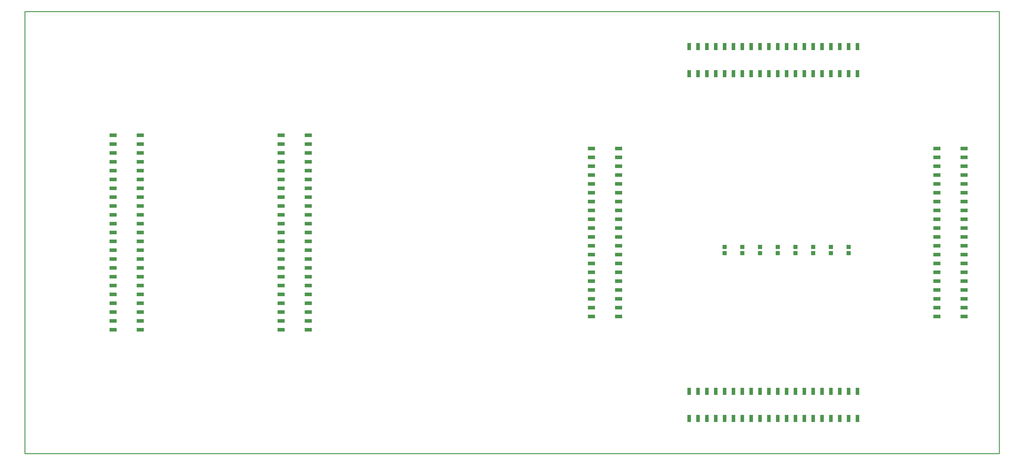
<source format=gbp>
G04 Layer_Color=128*
%FSLAX25Y25*%
%MOIN*%
G70*
G01*
G75*
%ADD10R,0.05000X0.05000*%
%ADD16R,0.03937X0.07874*%
%ADD17R,0.07874X0.03937*%
%ADD22C,0.01000*%
D10*
X830000Y226500D02*
D03*
Y233500D02*
D03*
X930000Y226500D02*
D03*
Y233500D02*
D03*
X890000Y226500D02*
D03*
Y233500D02*
D03*
X870000Y226500D02*
D03*
Y233500D02*
D03*
X850000Y226500D02*
D03*
Y233500D02*
D03*
X810000Y226500D02*
D03*
Y233500D02*
D03*
X790000Y226500D02*
D03*
Y233500D02*
D03*
X910000Y226500D02*
D03*
Y233500D02*
D03*
D16*
X790000Y70354D02*
D03*
X770000D02*
D03*
X760000D02*
D03*
X750000D02*
D03*
X780000D02*
D03*
X830000D02*
D03*
X800000D02*
D03*
X810000D02*
D03*
X820000D02*
D03*
X840000D02*
D03*
X880000D02*
D03*
X850000D02*
D03*
X860000D02*
D03*
X870000D02*
D03*
X890000D02*
D03*
X930000D02*
D03*
X900000D02*
D03*
X910000D02*
D03*
X920000D02*
D03*
X940000D02*
D03*
Y39646D02*
D03*
X920000D02*
D03*
X910000D02*
D03*
X900000D02*
D03*
X930000D02*
D03*
X890000D02*
D03*
X870000D02*
D03*
X860000D02*
D03*
X850000D02*
D03*
X880000D02*
D03*
X840000D02*
D03*
X820000D02*
D03*
X810000D02*
D03*
X800000D02*
D03*
X830000D02*
D03*
X780000D02*
D03*
X750000D02*
D03*
X760000D02*
D03*
X770000D02*
D03*
X790000D02*
D03*
X900000Y429646D02*
D03*
X920000D02*
D03*
X930000D02*
D03*
X940000D02*
D03*
X910000D02*
D03*
X860000D02*
D03*
X890000D02*
D03*
X880000D02*
D03*
X870000D02*
D03*
X850000D02*
D03*
X810000D02*
D03*
X840000D02*
D03*
X830000D02*
D03*
X820000D02*
D03*
X800000D02*
D03*
X760000D02*
D03*
X790000D02*
D03*
X780000D02*
D03*
X770000D02*
D03*
X750000D02*
D03*
Y460354D02*
D03*
X770000D02*
D03*
X780000D02*
D03*
X790000D02*
D03*
X760000D02*
D03*
X800000D02*
D03*
X820000D02*
D03*
X830000D02*
D03*
X840000D02*
D03*
X810000D02*
D03*
X850000D02*
D03*
X870000D02*
D03*
X880000D02*
D03*
X890000D02*
D03*
X860000D02*
D03*
X910000D02*
D03*
X940000D02*
D03*
X930000D02*
D03*
X920000D02*
D03*
X900000D02*
D03*
D17*
X130291Y140000D02*
D03*
Y150000D02*
D03*
X99583Y210000D02*
D03*
Y190000D02*
D03*
Y180000D02*
D03*
Y170000D02*
D03*
Y200000D02*
D03*
Y250000D02*
D03*
Y220000D02*
D03*
Y230000D02*
D03*
Y240000D02*
D03*
Y260000D02*
D03*
Y300000D02*
D03*
Y270000D02*
D03*
Y280000D02*
D03*
Y290000D02*
D03*
Y310000D02*
D03*
Y350000D02*
D03*
Y320000D02*
D03*
Y330000D02*
D03*
Y340000D02*
D03*
Y360000D02*
D03*
X130291D02*
D03*
Y340000D02*
D03*
Y330000D02*
D03*
Y320000D02*
D03*
Y350000D02*
D03*
Y310000D02*
D03*
Y290000D02*
D03*
Y280000D02*
D03*
Y270000D02*
D03*
Y300000D02*
D03*
Y260000D02*
D03*
Y240000D02*
D03*
Y230000D02*
D03*
Y220000D02*
D03*
Y250000D02*
D03*
Y200000D02*
D03*
Y170000D02*
D03*
Y180000D02*
D03*
Y190000D02*
D03*
Y210000D02*
D03*
X289291D02*
D03*
Y190000D02*
D03*
Y180000D02*
D03*
Y170000D02*
D03*
Y200000D02*
D03*
Y250000D02*
D03*
Y220000D02*
D03*
Y230000D02*
D03*
Y240000D02*
D03*
Y260000D02*
D03*
Y300000D02*
D03*
Y270000D02*
D03*
Y280000D02*
D03*
Y290000D02*
D03*
Y310000D02*
D03*
Y350000D02*
D03*
Y320000D02*
D03*
Y330000D02*
D03*
Y340000D02*
D03*
Y360000D02*
D03*
X320000D02*
D03*
Y340000D02*
D03*
Y330000D02*
D03*
Y320000D02*
D03*
Y350000D02*
D03*
Y310000D02*
D03*
Y290000D02*
D03*
Y280000D02*
D03*
Y270000D02*
D03*
Y300000D02*
D03*
Y260000D02*
D03*
Y240000D02*
D03*
Y230000D02*
D03*
Y220000D02*
D03*
Y250000D02*
D03*
Y200000D02*
D03*
Y170000D02*
D03*
Y180000D02*
D03*
Y190000D02*
D03*
Y210000D02*
D03*
X130291Y160000D02*
D03*
X99583Y140000D02*
D03*
Y150000D02*
D03*
Y160000D02*
D03*
X320000D02*
D03*
Y150000D02*
D03*
Y140000D02*
D03*
X289291D02*
D03*
Y150000D02*
D03*
Y160000D02*
D03*
X1060354Y305000D02*
D03*
Y325000D02*
D03*
Y335000D02*
D03*
Y345000D02*
D03*
Y315000D02*
D03*
Y265000D02*
D03*
Y295000D02*
D03*
Y285000D02*
D03*
Y275000D02*
D03*
Y255000D02*
D03*
Y215000D02*
D03*
Y245000D02*
D03*
Y235000D02*
D03*
Y225000D02*
D03*
Y205000D02*
D03*
Y165000D02*
D03*
Y195000D02*
D03*
Y185000D02*
D03*
Y175000D02*
D03*
Y155000D02*
D03*
X1029646D02*
D03*
Y175000D02*
D03*
Y185000D02*
D03*
Y195000D02*
D03*
Y165000D02*
D03*
Y205000D02*
D03*
Y225000D02*
D03*
Y235000D02*
D03*
Y245000D02*
D03*
Y215000D02*
D03*
Y255000D02*
D03*
Y275000D02*
D03*
Y285000D02*
D03*
Y295000D02*
D03*
Y265000D02*
D03*
Y315000D02*
D03*
Y345000D02*
D03*
Y335000D02*
D03*
Y325000D02*
D03*
Y305000D02*
D03*
X639646Y195000D02*
D03*
Y175000D02*
D03*
Y165000D02*
D03*
Y155000D02*
D03*
Y185000D02*
D03*
Y235000D02*
D03*
Y205000D02*
D03*
Y215000D02*
D03*
Y225000D02*
D03*
Y245000D02*
D03*
Y285000D02*
D03*
Y255000D02*
D03*
Y265000D02*
D03*
Y275000D02*
D03*
Y295000D02*
D03*
Y335000D02*
D03*
Y305000D02*
D03*
Y315000D02*
D03*
Y325000D02*
D03*
Y345000D02*
D03*
X670354D02*
D03*
Y325000D02*
D03*
Y315000D02*
D03*
Y305000D02*
D03*
Y335000D02*
D03*
Y295000D02*
D03*
Y275000D02*
D03*
Y265000D02*
D03*
Y255000D02*
D03*
Y285000D02*
D03*
Y245000D02*
D03*
Y225000D02*
D03*
Y215000D02*
D03*
Y205000D02*
D03*
Y235000D02*
D03*
Y185000D02*
D03*
Y155000D02*
D03*
Y165000D02*
D03*
Y175000D02*
D03*
Y195000D02*
D03*
D22*
X0Y0D02*
Y500000D01*
X1100000D01*
Y0D02*
Y500000D01*
X0Y0D02*
X1100000D01*
M02*

</source>
